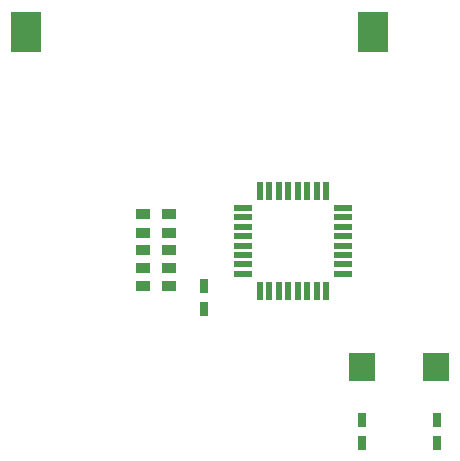
<source format=gbr>
G04 #@! TF.GenerationSoftware,KiCad,Pcbnew,(5.0.0)*
G04 #@! TF.CreationDate,2019-02-21T00:44:54+09:00*
G04 #@! TF.ProjectId,coaster,636F61737465722E6B696361645F7063,rev?*
G04 #@! TF.SameCoordinates,Original*
G04 #@! TF.FileFunction,Paste,Bot*
G04 #@! TF.FilePolarity,Positive*
%FSLAX46Y46*%
G04 Gerber Fmt 4.6, Leading zero omitted, Abs format (unit mm)*
G04 Created by KiCad (PCBNEW (5.0.0)) date 02/21/19 00:44:54*
%MOMM*%
%LPD*%
G01*
G04 APERTURE LIST*
%ADD10R,1.200000X0.900000*%
%ADD11R,2.540000X3.510000*%
%ADD12R,0.750000X1.200000*%
%ADD13R,1.600000X0.550000*%
%ADD14R,0.550000X1.600000*%
%ADD15R,2.200000X2.400000*%
G04 APERTURE END LIST*
D10*
G04 #@! TO.C,R18*
X152600000Y-90000000D03*
X150400000Y-90000000D03*
G04 #@! TD*
D11*
G04 #@! TO.C,BT1*
X140500000Y-68500000D03*
X169860000Y-68500000D03*
G04 #@! TD*
D12*
G04 #@! TO.C,C1*
X175260000Y-103312000D03*
X175260000Y-101412000D03*
G04 #@! TD*
G04 #@! TO.C,C2*
X168910000Y-101412000D03*
X168910000Y-103312000D03*
G04 #@! TD*
G04 #@! TO.C,C3*
X155575000Y-90043000D03*
X155575000Y-91943000D03*
G04 #@! TD*
D10*
G04 #@! TO.C,R14*
X150400000Y-87000000D03*
X152600000Y-87000000D03*
G04 #@! TD*
G04 #@! TO.C,R15*
X150411000Y-83947000D03*
X152611000Y-83947000D03*
G04 #@! TD*
G04 #@! TO.C,R16*
X150400000Y-85500000D03*
X152600000Y-85500000D03*
G04 #@! TD*
D13*
G04 #@! TO.C,U1*
X167350000Y-83400000D03*
X167350000Y-84200000D03*
X167350000Y-85000000D03*
X167350000Y-85800000D03*
X167350000Y-86600000D03*
X167350000Y-87400000D03*
X167350000Y-88200000D03*
X167350000Y-89000000D03*
D14*
X165900000Y-90450000D03*
X165100000Y-90450000D03*
X164300000Y-90450000D03*
X163500000Y-90450000D03*
X162700000Y-90450000D03*
X161900000Y-90450000D03*
X161100000Y-90450000D03*
X160300000Y-90450000D03*
D13*
X158850000Y-89000000D03*
X158850000Y-88200000D03*
X158850000Y-87400000D03*
X158850000Y-86600000D03*
X158850000Y-85800000D03*
X158850000Y-85000000D03*
X158850000Y-84200000D03*
X158850000Y-83400000D03*
D14*
X160300000Y-81950000D03*
X161100000Y-81950000D03*
X161900000Y-81950000D03*
X162700000Y-81950000D03*
X163500000Y-81950000D03*
X164300000Y-81950000D03*
X165100000Y-81950000D03*
X165900000Y-81950000D03*
G04 #@! TD*
D15*
G04 #@! TO.C,Y1*
X175235000Y-96901000D03*
X168935000Y-96901000D03*
G04 #@! TD*
D10*
G04 #@! TO.C,R17*
X152600000Y-88500000D03*
X150400000Y-88500000D03*
G04 #@! TD*
M02*

</source>
